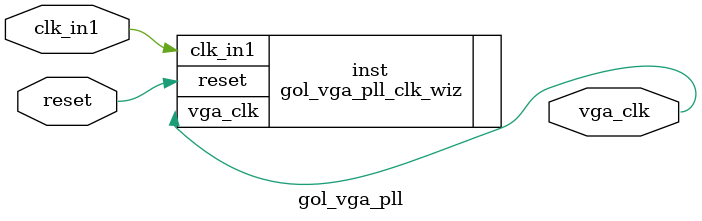
<source format=v>


`timescale 1ps/1ps

(* CORE_GENERATION_INFO = "gol_vga_pll,clk_wiz_v6_0_3_0_0,{component_name=gol_vga_pll,use_phase_alignment=true,use_min_o_jitter=false,use_max_i_jitter=false,use_dyn_phase_shift=false,use_inclk_switchover=false,use_dyn_reconfig=false,enable_axi=0,feedback_source=FDBK_AUTO,PRIMITIVE=MMCM,num_out_clk=1,clkin1_period=10.000,clkin2_period=10.000,use_power_down=false,use_reset=true,use_locked=false,use_inclk_stopped=false,feedback_type=SINGLE,CLOCK_MGR_TYPE=NA,manual_override=false}" *)

module gol_vga_pll 
 (
  // Clock out ports
  output        vga_clk,
  // Status and control signals
  input         reset,
 // Clock in ports
  input         clk_in1
 );

  gol_vga_pll_clk_wiz inst
  (
  // Clock out ports  
  .vga_clk(vga_clk),
  // Status and control signals               
  .reset(reset), 
 // Clock in ports
  .clk_in1(clk_in1)
  );

endmodule

</source>
